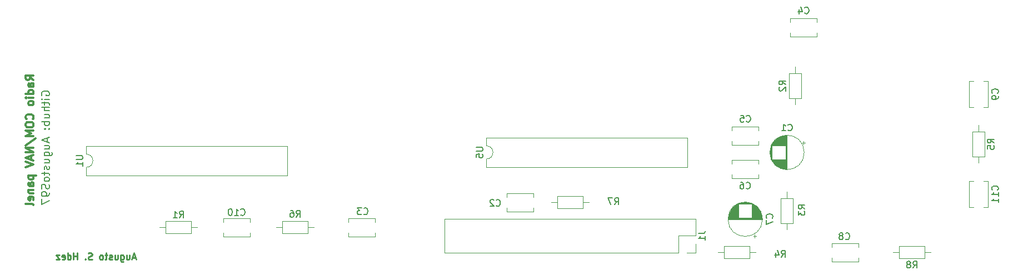
<source format=gbr>
%TF.GenerationSoftware,KiCad,Pcbnew,(5.1.9)-1*%
%TF.CreationDate,2021-09-19T21:33:38+01:00*%
%TF.ProjectId,Cesna_Radio_Stack,4365736e-615f-4526-9164-696f5f537461,rev?*%
%TF.SameCoordinates,Original*%
%TF.FileFunction,Legend,Bot*%
%TF.FilePolarity,Positive*%
%FSLAX46Y46*%
G04 Gerber Fmt 4.6, Leading zero omitted, Abs format (unit mm)*
G04 Created by KiCad (PCBNEW (5.1.9)-1) date 2021-09-19 21:33:38*
%MOMM*%
%LPD*%
G01*
G04 APERTURE LIST*
%ADD10C,0.150000*%
%ADD11C,0.300000*%
%ADD12C,0.250000*%
%ADD13C,0.120000*%
G04 APERTURE END LIST*
D10*
X33817000Y-38313714D02*
X33759857Y-38199428D01*
X33759857Y-38028000D01*
X33817000Y-37856571D01*
X33931285Y-37742285D01*
X34045571Y-37685142D01*
X34274142Y-37628000D01*
X34445571Y-37628000D01*
X34674142Y-37685142D01*
X34788428Y-37742285D01*
X34902714Y-37856571D01*
X34959857Y-38028000D01*
X34959857Y-38142285D01*
X34902714Y-38313714D01*
X34845571Y-38370857D01*
X34445571Y-38370857D01*
X34445571Y-38142285D01*
X34959857Y-38885142D02*
X34159857Y-38885142D01*
X33759857Y-38885142D02*
X33817000Y-38828000D01*
X33874142Y-38885142D01*
X33817000Y-38942285D01*
X33759857Y-38885142D01*
X33874142Y-38885142D01*
X34159857Y-39285142D02*
X34159857Y-39742285D01*
X33759857Y-39456571D02*
X34788428Y-39456571D01*
X34902714Y-39513714D01*
X34959857Y-39628000D01*
X34959857Y-39742285D01*
X34959857Y-40142285D02*
X33759857Y-40142285D01*
X34959857Y-40656571D02*
X34331285Y-40656571D01*
X34217000Y-40599428D01*
X34159857Y-40485142D01*
X34159857Y-40313714D01*
X34217000Y-40199428D01*
X34274142Y-40142285D01*
X34159857Y-41742285D02*
X34959857Y-41742285D01*
X34159857Y-41228000D02*
X34788428Y-41228000D01*
X34902714Y-41285142D01*
X34959857Y-41399428D01*
X34959857Y-41570857D01*
X34902714Y-41685142D01*
X34845571Y-41742285D01*
X34959857Y-42313714D02*
X33759857Y-42313714D01*
X34217000Y-42313714D02*
X34159857Y-42428000D01*
X34159857Y-42656571D01*
X34217000Y-42770857D01*
X34274142Y-42828000D01*
X34388428Y-42885142D01*
X34731285Y-42885142D01*
X34845571Y-42828000D01*
X34902714Y-42770857D01*
X34959857Y-42656571D01*
X34959857Y-42428000D01*
X34902714Y-42313714D01*
X34845571Y-43399428D02*
X34902714Y-43456571D01*
X34959857Y-43399428D01*
X34902714Y-43342285D01*
X34845571Y-43399428D01*
X34959857Y-43399428D01*
X34217000Y-43399428D02*
X34274142Y-43456571D01*
X34331285Y-43399428D01*
X34274142Y-43342285D01*
X34217000Y-43399428D01*
X34331285Y-43399428D01*
X34617000Y-44828000D02*
X34617000Y-45399428D01*
X34959857Y-44713714D02*
X33759857Y-45113714D01*
X34959857Y-45513714D01*
X34159857Y-46428000D02*
X34959857Y-46428000D01*
X34159857Y-45913714D02*
X34788428Y-45913714D01*
X34902714Y-45970857D01*
X34959857Y-46085142D01*
X34959857Y-46256571D01*
X34902714Y-46370857D01*
X34845571Y-46428000D01*
X34159857Y-47513714D02*
X35131285Y-47513714D01*
X35245571Y-47456571D01*
X35302714Y-47399428D01*
X35359857Y-47285142D01*
X35359857Y-47113714D01*
X35302714Y-46999428D01*
X34902714Y-47513714D02*
X34959857Y-47399428D01*
X34959857Y-47170857D01*
X34902714Y-47056571D01*
X34845571Y-46999428D01*
X34731285Y-46942285D01*
X34388428Y-46942285D01*
X34274142Y-46999428D01*
X34217000Y-47056571D01*
X34159857Y-47170857D01*
X34159857Y-47399428D01*
X34217000Y-47513714D01*
X34159857Y-48599428D02*
X34959857Y-48599428D01*
X34159857Y-48085142D02*
X34788428Y-48085142D01*
X34902714Y-48142285D01*
X34959857Y-48256571D01*
X34959857Y-48428000D01*
X34902714Y-48542285D01*
X34845571Y-48599428D01*
X34902714Y-49113714D02*
X34959857Y-49228000D01*
X34959857Y-49456571D01*
X34902714Y-49570857D01*
X34788428Y-49628000D01*
X34731285Y-49628000D01*
X34617000Y-49570857D01*
X34559857Y-49456571D01*
X34559857Y-49285142D01*
X34502714Y-49170857D01*
X34388428Y-49113714D01*
X34331285Y-49113714D01*
X34217000Y-49170857D01*
X34159857Y-49285142D01*
X34159857Y-49456571D01*
X34217000Y-49570857D01*
X34159857Y-49970857D02*
X34159857Y-50428000D01*
X33759857Y-50142285D02*
X34788428Y-50142285D01*
X34902714Y-50199428D01*
X34959857Y-50313714D01*
X34959857Y-50428000D01*
X34959857Y-50999428D02*
X34902714Y-50885142D01*
X34845571Y-50828000D01*
X34731285Y-50770857D01*
X34388428Y-50770857D01*
X34274142Y-50828000D01*
X34217000Y-50885142D01*
X34159857Y-50999428D01*
X34159857Y-51170857D01*
X34217000Y-51285142D01*
X34274142Y-51342285D01*
X34388428Y-51399428D01*
X34731285Y-51399428D01*
X34845571Y-51342285D01*
X34902714Y-51285142D01*
X34959857Y-51170857D01*
X34959857Y-50999428D01*
X34902714Y-51856571D02*
X34959857Y-52028000D01*
X34959857Y-52313714D01*
X34902714Y-52428000D01*
X34845571Y-52485142D01*
X34731285Y-52542285D01*
X34617000Y-52542285D01*
X34502714Y-52485142D01*
X34445571Y-52428000D01*
X34388428Y-52313714D01*
X34331285Y-52085142D01*
X34274142Y-51970857D01*
X34217000Y-51913714D01*
X34102714Y-51856571D01*
X33988428Y-51856571D01*
X33874142Y-51913714D01*
X33817000Y-51970857D01*
X33759857Y-52085142D01*
X33759857Y-52370857D01*
X33817000Y-52542285D01*
X34959857Y-53113714D02*
X34959857Y-53342285D01*
X34902714Y-53456571D01*
X34845571Y-53513714D01*
X34674142Y-53628000D01*
X34445571Y-53685142D01*
X33988428Y-53685142D01*
X33874142Y-53628000D01*
X33817000Y-53570857D01*
X33759857Y-53456571D01*
X33759857Y-53228000D01*
X33817000Y-53113714D01*
X33874142Y-53056571D01*
X33988428Y-52999428D01*
X34274142Y-52999428D01*
X34388428Y-53056571D01*
X34445571Y-53113714D01*
X34502714Y-53228000D01*
X34502714Y-53456571D01*
X34445571Y-53570857D01*
X34388428Y-53628000D01*
X34274142Y-53685142D01*
X33759857Y-54085142D02*
X33759857Y-54885142D01*
X34959857Y-54370857D01*
D11*
X32546857Y-35970714D02*
X31975428Y-35570714D01*
X32546857Y-35285000D02*
X31346857Y-35285000D01*
X31346857Y-35742142D01*
X31404000Y-35856428D01*
X31461142Y-35913571D01*
X31575428Y-35970714D01*
X31746857Y-35970714D01*
X31861142Y-35913571D01*
X31918285Y-35856428D01*
X31975428Y-35742142D01*
X31975428Y-35285000D01*
X32546857Y-36999285D02*
X31918285Y-36999285D01*
X31804000Y-36942142D01*
X31746857Y-36827857D01*
X31746857Y-36599285D01*
X31804000Y-36485000D01*
X32489714Y-36999285D02*
X32546857Y-36885000D01*
X32546857Y-36599285D01*
X32489714Y-36485000D01*
X32375428Y-36427857D01*
X32261142Y-36427857D01*
X32146857Y-36485000D01*
X32089714Y-36599285D01*
X32089714Y-36885000D01*
X32032571Y-36999285D01*
X32546857Y-38085000D02*
X31346857Y-38085000D01*
X32489714Y-38085000D02*
X32546857Y-37970714D01*
X32546857Y-37742142D01*
X32489714Y-37627857D01*
X32432571Y-37570714D01*
X32318285Y-37513571D01*
X31975428Y-37513571D01*
X31861142Y-37570714D01*
X31804000Y-37627857D01*
X31746857Y-37742142D01*
X31746857Y-37970714D01*
X31804000Y-38085000D01*
X32546857Y-38656428D02*
X31746857Y-38656428D01*
X31346857Y-38656428D02*
X31404000Y-38599285D01*
X31461142Y-38656428D01*
X31404000Y-38713571D01*
X31346857Y-38656428D01*
X31461142Y-38656428D01*
X32546857Y-39399285D02*
X32489714Y-39285000D01*
X32432571Y-39227857D01*
X32318285Y-39170714D01*
X31975428Y-39170714D01*
X31861142Y-39227857D01*
X31804000Y-39285000D01*
X31746857Y-39399285D01*
X31746857Y-39570714D01*
X31804000Y-39685000D01*
X31861142Y-39742142D01*
X31975428Y-39799285D01*
X32318285Y-39799285D01*
X32432571Y-39742142D01*
X32489714Y-39685000D01*
X32546857Y-39570714D01*
X32546857Y-39399285D01*
X32432571Y-41913571D02*
X32489714Y-41856428D01*
X32546857Y-41685000D01*
X32546857Y-41570714D01*
X32489714Y-41399285D01*
X32375428Y-41285000D01*
X32261142Y-41227857D01*
X32032571Y-41170714D01*
X31861142Y-41170714D01*
X31632571Y-41227857D01*
X31518285Y-41285000D01*
X31404000Y-41399285D01*
X31346857Y-41570714D01*
X31346857Y-41685000D01*
X31404000Y-41856428D01*
X31461142Y-41913571D01*
X31346857Y-42656428D02*
X31346857Y-42885000D01*
X31404000Y-42999285D01*
X31518285Y-43113571D01*
X31746857Y-43170714D01*
X32146857Y-43170714D01*
X32375428Y-43113571D01*
X32489714Y-42999285D01*
X32546857Y-42885000D01*
X32546857Y-42656428D01*
X32489714Y-42542142D01*
X32375428Y-42427857D01*
X32146857Y-42370714D01*
X31746857Y-42370714D01*
X31518285Y-42427857D01*
X31404000Y-42542142D01*
X31346857Y-42656428D01*
X32546857Y-43685000D02*
X31346857Y-43685000D01*
X32204000Y-44085000D01*
X31346857Y-44485000D01*
X32546857Y-44485000D01*
X31289714Y-45913571D02*
X32832571Y-44885000D01*
X32546857Y-46313571D02*
X31346857Y-46313571D01*
X32546857Y-46999285D01*
X31346857Y-46999285D01*
X32204000Y-47513571D02*
X32204000Y-48085000D01*
X32546857Y-47399285D02*
X31346857Y-47799285D01*
X32546857Y-48199285D01*
X31346857Y-48427857D02*
X32546857Y-48827857D01*
X31346857Y-49227857D01*
X31746857Y-50542142D02*
X32946857Y-50542142D01*
X31804000Y-50542142D02*
X31746857Y-50656428D01*
X31746857Y-50885000D01*
X31804000Y-50999285D01*
X31861142Y-51056428D01*
X31975428Y-51113571D01*
X32318285Y-51113571D01*
X32432571Y-51056428D01*
X32489714Y-50999285D01*
X32546857Y-50885000D01*
X32546857Y-50656428D01*
X32489714Y-50542142D01*
X32546857Y-52142142D02*
X31918285Y-52142142D01*
X31804000Y-52085000D01*
X31746857Y-51970714D01*
X31746857Y-51742142D01*
X31804000Y-51627857D01*
X32489714Y-52142142D02*
X32546857Y-52027857D01*
X32546857Y-51742142D01*
X32489714Y-51627857D01*
X32375428Y-51570714D01*
X32261142Y-51570714D01*
X32146857Y-51627857D01*
X32089714Y-51742142D01*
X32089714Y-52027857D01*
X32032571Y-52142142D01*
X31746857Y-52713571D02*
X32546857Y-52713571D01*
X31861142Y-52713571D02*
X31804000Y-52770714D01*
X31746857Y-52885000D01*
X31746857Y-53056428D01*
X31804000Y-53170714D01*
X31918285Y-53227857D01*
X32546857Y-53227857D01*
X32489714Y-54256428D02*
X32546857Y-54142142D01*
X32546857Y-53913571D01*
X32489714Y-53799285D01*
X32375428Y-53742142D01*
X31918285Y-53742142D01*
X31804000Y-53799285D01*
X31746857Y-53913571D01*
X31746857Y-54142142D01*
X31804000Y-54256428D01*
X31918285Y-54313571D01*
X32032571Y-54313571D01*
X32146857Y-53742142D01*
X32546857Y-54999285D02*
X32489714Y-54885000D01*
X32375428Y-54827857D01*
X31346857Y-54827857D01*
D12*
X48060809Y-63031666D02*
X47584619Y-63031666D01*
X48156047Y-63317380D02*
X47822714Y-62317380D01*
X47489380Y-63317380D01*
X46727476Y-62650714D02*
X46727476Y-63317380D01*
X47156047Y-62650714D02*
X47156047Y-63174523D01*
X47108428Y-63269761D01*
X47013190Y-63317380D01*
X46870333Y-63317380D01*
X46775095Y-63269761D01*
X46727476Y-63222142D01*
X45822714Y-62650714D02*
X45822714Y-63460238D01*
X45870333Y-63555476D01*
X45917952Y-63603095D01*
X46013190Y-63650714D01*
X46156047Y-63650714D01*
X46251285Y-63603095D01*
X45822714Y-63269761D02*
X45917952Y-63317380D01*
X46108428Y-63317380D01*
X46203666Y-63269761D01*
X46251285Y-63222142D01*
X46298904Y-63126904D01*
X46298904Y-62841190D01*
X46251285Y-62745952D01*
X46203666Y-62698333D01*
X46108428Y-62650714D01*
X45917952Y-62650714D01*
X45822714Y-62698333D01*
X44917952Y-62650714D02*
X44917952Y-63317380D01*
X45346523Y-62650714D02*
X45346523Y-63174523D01*
X45298904Y-63269761D01*
X45203666Y-63317380D01*
X45060809Y-63317380D01*
X44965571Y-63269761D01*
X44917952Y-63222142D01*
X44489380Y-63269761D02*
X44394142Y-63317380D01*
X44203666Y-63317380D01*
X44108428Y-63269761D01*
X44060809Y-63174523D01*
X44060809Y-63126904D01*
X44108428Y-63031666D01*
X44203666Y-62984047D01*
X44346523Y-62984047D01*
X44441761Y-62936428D01*
X44489380Y-62841190D01*
X44489380Y-62793571D01*
X44441761Y-62698333D01*
X44346523Y-62650714D01*
X44203666Y-62650714D01*
X44108428Y-62698333D01*
X43775095Y-62650714D02*
X43394142Y-62650714D01*
X43632238Y-62317380D02*
X43632238Y-63174523D01*
X43584619Y-63269761D01*
X43489380Y-63317380D01*
X43394142Y-63317380D01*
X42917952Y-63317380D02*
X43013190Y-63269761D01*
X43060809Y-63222142D01*
X43108428Y-63126904D01*
X43108428Y-62841190D01*
X43060809Y-62745952D01*
X43013190Y-62698333D01*
X42917952Y-62650714D01*
X42775095Y-62650714D01*
X42679857Y-62698333D01*
X42632238Y-62745952D01*
X42584619Y-62841190D01*
X42584619Y-63126904D01*
X42632238Y-63222142D01*
X42679857Y-63269761D01*
X42775095Y-63317380D01*
X42917952Y-63317380D01*
X41441761Y-63269761D02*
X41298904Y-63317380D01*
X41060809Y-63317380D01*
X40965571Y-63269761D01*
X40917952Y-63222142D01*
X40870333Y-63126904D01*
X40870333Y-63031666D01*
X40917952Y-62936428D01*
X40965571Y-62888809D01*
X41060809Y-62841190D01*
X41251285Y-62793571D01*
X41346523Y-62745952D01*
X41394142Y-62698333D01*
X41441761Y-62603095D01*
X41441761Y-62507857D01*
X41394142Y-62412619D01*
X41346523Y-62365000D01*
X41251285Y-62317380D01*
X41013190Y-62317380D01*
X40870333Y-62365000D01*
X40441761Y-63222142D02*
X40394142Y-63269761D01*
X40441761Y-63317380D01*
X40489380Y-63269761D01*
X40441761Y-63222142D01*
X40441761Y-63317380D01*
X39203666Y-63317380D02*
X39203666Y-62317380D01*
X39203666Y-62793571D02*
X38632238Y-62793571D01*
X38632238Y-63317380D02*
X38632238Y-62317380D01*
X37727476Y-63317380D02*
X37727476Y-62317380D01*
X37727476Y-63269761D02*
X37822714Y-63317380D01*
X38013190Y-63317380D01*
X38108428Y-63269761D01*
X38156047Y-63222142D01*
X38203666Y-63126904D01*
X38203666Y-62841190D01*
X38156047Y-62745952D01*
X38108428Y-62698333D01*
X38013190Y-62650714D01*
X37822714Y-62650714D01*
X37727476Y-62698333D01*
X36870333Y-63269761D02*
X36965571Y-63317380D01*
X37156047Y-63317380D01*
X37251285Y-63269761D01*
X37298904Y-63174523D01*
X37298904Y-62793571D01*
X37251285Y-62698333D01*
X37156047Y-62650714D01*
X36965571Y-62650714D01*
X36870333Y-62698333D01*
X36822714Y-62793571D01*
X36822714Y-62888809D01*
X37298904Y-62984047D01*
X36489380Y-62650714D02*
X35965571Y-62650714D01*
X36489380Y-63317380D01*
X35965571Y-63317380D01*
D13*
%TO.C,U5*%
X101540000Y-45990000D02*
X101540000Y-44740000D01*
X101540000Y-44740000D02*
X132140000Y-44740000D01*
X132140000Y-44740000D02*
X132140000Y-49240000D01*
X132140000Y-49240000D02*
X101540000Y-49240000D01*
X101540000Y-49240000D02*
X101540000Y-47990000D01*
X101540000Y-47990000D02*
G75*
G03*
X101540000Y-45990000I0J1000000D01*
G01*
%TO.C,C7*%
X143590000Y-57170000D02*
G75*
G03*
X143590000Y-57170000I-2620000J0D01*
G01*
X143550000Y-57170000D02*
X138390000Y-57170000D01*
X143550000Y-57130000D02*
X138390000Y-57130000D01*
X143549000Y-57090000D02*
X138391000Y-57090000D01*
X143548000Y-57050000D02*
X138392000Y-57050000D01*
X143546000Y-57010000D02*
X138394000Y-57010000D01*
X143543000Y-56970000D02*
X138397000Y-56970000D01*
X143539000Y-56930000D02*
X142010000Y-56930000D01*
X139930000Y-56930000D02*
X138401000Y-56930000D01*
X143535000Y-56890000D02*
X142010000Y-56890000D01*
X139930000Y-56890000D02*
X138405000Y-56890000D01*
X143531000Y-56850000D02*
X142010000Y-56850000D01*
X139930000Y-56850000D02*
X138409000Y-56850000D01*
X143526000Y-56810000D02*
X142010000Y-56810000D01*
X139930000Y-56810000D02*
X138414000Y-56810000D01*
X143520000Y-56770000D02*
X142010000Y-56770000D01*
X139930000Y-56770000D02*
X138420000Y-56770000D01*
X143513000Y-56730000D02*
X142010000Y-56730000D01*
X139930000Y-56730000D02*
X138427000Y-56730000D01*
X143506000Y-56690000D02*
X142010000Y-56690000D01*
X139930000Y-56690000D02*
X138434000Y-56690000D01*
X143498000Y-56650000D02*
X142010000Y-56650000D01*
X139930000Y-56650000D02*
X138442000Y-56650000D01*
X143490000Y-56610000D02*
X142010000Y-56610000D01*
X139930000Y-56610000D02*
X138450000Y-56610000D01*
X143481000Y-56570000D02*
X142010000Y-56570000D01*
X139930000Y-56570000D02*
X138459000Y-56570000D01*
X143471000Y-56530000D02*
X142010000Y-56530000D01*
X139930000Y-56530000D02*
X138469000Y-56530000D01*
X143461000Y-56490000D02*
X142010000Y-56490000D01*
X139930000Y-56490000D02*
X138479000Y-56490000D01*
X143450000Y-56449000D02*
X142010000Y-56449000D01*
X139930000Y-56449000D02*
X138490000Y-56449000D01*
X143438000Y-56409000D02*
X142010000Y-56409000D01*
X139930000Y-56409000D02*
X138502000Y-56409000D01*
X143425000Y-56369000D02*
X142010000Y-56369000D01*
X139930000Y-56369000D02*
X138515000Y-56369000D01*
X143412000Y-56329000D02*
X142010000Y-56329000D01*
X139930000Y-56329000D02*
X138528000Y-56329000D01*
X143398000Y-56289000D02*
X142010000Y-56289000D01*
X139930000Y-56289000D02*
X138542000Y-56289000D01*
X143384000Y-56249000D02*
X142010000Y-56249000D01*
X139930000Y-56249000D02*
X138556000Y-56249000D01*
X143368000Y-56209000D02*
X142010000Y-56209000D01*
X139930000Y-56209000D02*
X138572000Y-56209000D01*
X143352000Y-56169000D02*
X142010000Y-56169000D01*
X139930000Y-56169000D02*
X138588000Y-56169000D01*
X143335000Y-56129000D02*
X142010000Y-56129000D01*
X139930000Y-56129000D02*
X138605000Y-56129000D01*
X143318000Y-56089000D02*
X142010000Y-56089000D01*
X139930000Y-56089000D02*
X138622000Y-56089000D01*
X143299000Y-56049000D02*
X142010000Y-56049000D01*
X139930000Y-56049000D02*
X138641000Y-56049000D01*
X143280000Y-56009000D02*
X142010000Y-56009000D01*
X139930000Y-56009000D02*
X138660000Y-56009000D01*
X143260000Y-55969000D02*
X142010000Y-55969000D01*
X139930000Y-55969000D02*
X138680000Y-55969000D01*
X143238000Y-55929000D02*
X142010000Y-55929000D01*
X139930000Y-55929000D02*
X138702000Y-55929000D01*
X143217000Y-55889000D02*
X142010000Y-55889000D01*
X139930000Y-55889000D02*
X138723000Y-55889000D01*
X143194000Y-55849000D02*
X142010000Y-55849000D01*
X139930000Y-55849000D02*
X138746000Y-55849000D01*
X143170000Y-55809000D02*
X142010000Y-55809000D01*
X139930000Y-55809000D02*
X138770000Y-55809000D01*
X143145000Y-55769000D02*
X142010000Y-55769000D01*
X139930000Y-55769000D02*
X138795000Y-55769000D01*
X143119000Y-55729000D02*
X142010000Y-55729000D01*
X139930000Y-55729000D02*
X138821000Y-55729000D01*
X143092000Y-55689000D02*
X142010000Y-55689000D01*
X139930000Y-55689000D02*
X138848000Y-55689000D01*
X143065000Y-55649000D02*
X142010000Y-55649000D01*
X139930000Y-55649000D02*
X138875000Y-55649000D01*
X143035000Y-55609000D02*
X142010000Y-55609000D01*
X139930000Y-55609000D02*
X138905000Y-55609000D01*
X143005000Y-55569000D02*
X142010000Y-55569000D01*
X139930000Y-55569000D02*
X138935000Y-55569000D01*
X142974000Y-55529000D02*
X142010000Y-55529000D01*
X139930000Y-55529000D02*
X138966000Y-55529000D01*
X142941000Y-55489000D02*
X142010000Y-55489000D01*
X139930000Y-55489000D02*
X138999000Y-55489000D01*
X142907000Y-55449000D02*
X142010000Y-55449000D01*
X139930000Y-55449000D02*
X139033000Y-55449000D01*
X142871000Y-55409000D02*
X142010000Y-55409000D01*
X139930000Y-55409000D02*
X139069000Y-55409000D01*
X142834000Y-55369000D02*
X142010000Y-55369000D01*
X139930000Y-55369000D02*
X139106000Y-55369000D01*
X142796000Y-55329000D02*
X142010000Y-55329000D01*
X139930000Y-55329000D02*
X139144000Y-55329000D01*
X142755000Y-55289000D02*
X142010000Y-55289000D01*
X139930000Y-55289000D02*
X139185000Y-55289000D01*
X142713000Y-55249000D02*
X142010000Y-55249000D01*
X139930000Y-55249000D02*
X139227000Y-55249000D01*
X142669000Y-55209000D02*
X142010000Y-55209000D01*
X139930000Y-55209000D02*
X139271000Y-55209000D01*
X142623000Y-55169000D02*
X142010000Y-55169000D01*
X139930000Y-55169000D02*
X139317000Y-55169000D01*
X142575000Y-55129000D02*
X142010000Y-55129000D01*
X139930000Y-55129000D02*
X139365000Y-55129000D01*
X142524000Y-55089000D02*
X142010000Y-55089000D01*
X139930000Y-55089000D02*
X139416000Y-55089000D01*
X142470000Y-55049000D02*
X142010000Y-55049000D01*
X139930000Y-55049000D02*
X139470000Y-55049000D01*
X142413000Y-55009000D02*
X142010000Y-55009000D01*
X139930000Y-55009000D02*
X139527000Y-55009000D01*
X142353000Y-54969000D02*
X142010000Y-54969000D01*
X139930000Y-54969000D02*
X139587000Y-54969000D01*
X142289000Y-54929000D02*
X142010000Y-54929000D01*
X139930000Y-54929000D02*
X139651000Y-54929000D01*
X142221000Y-54889000D02*
X142010000Y-54889000D01*
X139930000Y-54889000D02*
X139719000Y-54889000D01*
X142148000Y-54849000D02*
X139792000Y-54849000D01*
X142068000Y-54809000D02*
X139872000Y-54809000D01*
X141981000Y-54769000D02*
X139959000Y-54769000D01*
X141885000Y-54729000D02*
X140055000Y-54729000D01*
X141775000Y-54689000D02*
X140165000Y-54689000D01*
X141647000Y-54649000D02*
X140293000Y-54649000D01*
X141488000Y-54609000D02*
X140452000Y-54609000D01*
X141254000Y-54569000D02*
X140686000Y-54569000D01*
X142445000Y-59974775D02*
X142445000Y-59474775D01*
X142695000Y-59724775D02*
X142195000Y-59724775D01*
%TO.C,C2*%
X108720000Y-53190000D02*
X104680000Y-53190000D01*
X108720000Y-56030000D02*
X104680000Y-56030000D01*
X108720000Y-53190000D02*
X108720000Y-53815000D01*
X108720000Y-55405000D02*
X108720000Y-56030000D01*
X104680000Y-53190000D02*
X104680000Y-53815000D01*
X104680000Y-55405000D02*
X104680000Y-56030000D01*
%TO.C,U1*%
X40580000Y-50510000D02*
X40580000Y-49260000D01*
X71180000Y-50510000D02*
X40580000Y-50510000D01*
X71180000Y-46010000D02*
X71180000Y-50510000D01*
X40580000Y-46010000D02*
X71180000Y-46010000D01*
X40580000Y-47260000D02*
X40580000Y-46010000D01*
X40580000Y-49260000D02*
G75*
G03*
X40580000Y-47260000I0J1000000D01*
G01*
%TO.C,R8*%
X169240000Y-62230000D02*
X168290000Y-62230000D01*
X163500000Y-62230000D02*
X164450000Y-62230000D01*
X168290000Y-63150000D02*
X164450000Y-63150000D01*
X168290000Y-61310000D02*
X168290000Y-63150000D01*
X164450000Y-61310000D02*
X168290000Y-61310000D01*
X164450000Y-63150000D02*
X164450000Y-61310000D01*
%TO.C,R7*%
X111430000Y-54610000D02*
X112380000Y-54610000D01*
X117170000Y-54610000D02*
X116220000Y-54610000D01*
X112380000Y-53690000D02*
X116220000Y-53690000D01*
X112380000Y-55530000D02*
X112380000Y-53690000D01*
X116220000Y-55530000D02*
X112380000Y-55530000D01*
X116220000Y-53690000D02*
X116220000Y-55530000D01*
%TO.C,R6*%
X75260000Y-58420000D02*
X74310000Y-58420000D01*
X69520000Y-58420000D02*
X70470000Y-58420000D01*
X74310000Y-59340000D02*
X70470000Y-59340000D01*
X74310000Y-57500000D02*
X74310000Y-59340000D01*
X70470000Y-57500000D02*
X74310000Y-57500000D01*
X70470000Y-59340000D02*
X70470000Y-57500000D01*
%TO.C,R5*%
X176530000Y-42850000D02*
X176530000Y-43800000D01*
X176530000Y-48590000D02*
X176530000Y-47640000D01*
X177450000Y-43800000D02*
X177450000Y-47640000D01*
X175610000Y-43800000D02*
X177450000Y-43800000D01*
X175610000Y-47640000D02*
X175610000Y-43800000D01*
X177450000Y-47640000D02*
X175610000Y-47640000D01*
%TO.C,R4*%
X136830000Y-62230000D02*
X137780000Y-62230000D01*
X142570000Y-62230000D02*
X141620000Y-62230000D01*
X137780000Y-61310000D02*
X141620000Y-61310000D01*
X137780000Y-63150000D02*
X137780000Y-61310000D01*
X141620000Y-63150000D02*
X137780000Y-63150000D01*
X141620000Y-61310000D02*
X141620000Y-63150000D01*
%TO.C,R3*%
X147320000Y-58750000D02*
X147320000Y-57800000D01*
X147320000Y-53010000D02*
X147320000Y-53960000D01*
X146400000Y-57800000D02*
X146400000Y-53960000D01*
X148240000Y-57800000D02*
X146400000Y-57800000D01*
X148240000Y-53960000D02*
X148240000Y-57800000D01*
X146400000Y-53960000D02*
X148240000Y-53960000D01*
%TO.C,R2*%
X148590000Y-39700000D02*
X148590000Y-38750000D01*
X148590000Y-33960000D02*
X148590000Y-34910000D01*
X147670000Y-38750000D02*
X147670000Y-34910000D01*
X149510000Y-38750000D02*
X147670000Y-38750000D01*
X149510000Y-34910000D02*
X149510000Y-38750000D01*
X147670000Y-34910000D02*
X149510000Y-34910000D01*
%TO.C,R1*%
X51740000Y-58420000D02*
X52690000Y-58420000D01*
X57480000Y-58420000D02*
X56530000Y-58420000D01*
X52690000Y-57500000D02*
X56530000Y-57500000D01*
X52690000Y-59340000D02*
X52690000Y-57500000D01*
X56530000Y-59340000D02*
X52690000Y-59340000D01*
X56530000Y-57500000D02*
X56530000Y-59340000D01*
%TO.C,J1*%
X133410000Y-62290000D02*
X133410000Y-60960000D01*
X132080000Y-62290000D02*
X133410000Y-62290000D01*
X133410000Y-59690000D02*
X133410000Y-57090000D01*
X130810000Y-59690000D02*
X133410000Y-59690000D01*
X130810000Y-62290000D02*
X130810000Y-59690000D01*
X133410000Y-57090000D02*
X95190000Y-57090000D01*
X130810000Y-62290000D02*
X95190000Y-62290000D01*
X95190000Y-62290000D02*
X95190000Y-57090000D01*
%TO.C,C11*%
X175735000Y-51340000D02*
X175110000Y-51340000D01*
X177950000Y-51340000D02*
X177325000Y-51340000D01*
X175735000Y-55380000D02*
X175110000Y-55380000D01*
X177950000Y-55380000D02*
X177325000Y-55380000D01*
X175110000Y-55380000D02*
X175110000Y-51340000D01*
X177950000Y-55380000D02*
X177950000Y-51340000D01*
%TO.C,C10*%
X61460000Y-59215000D02*
X61460000Y-59840000D01*
X61460000Y-57000000D02*
X61460000Y-57625000D01*
X65500000Y-59215000D02*
X65500000Y-59840000D01*
X65500000Y-57000000D02*
X65500000Y-57625000D01*
X65500000Y-59840000D02*
X61460000Y-59840000D01*
X65500000Y-57000000D02*
X61460000Y-57000000D01*
%TO.C,C9*%
X175735000Y-36100000D02*
X175110000Y-36100000D01*
X177950000Y-36100000D02*
X177325000Y-36100000D01*
X175735000Y-40140000D02*
X175110000Y-40140000D01*
X177950000Y-40140000D02*
X177325000Y-40140000D01*
X175110000Y-40140000D02*
X175110000Y-36100000D01*
X177950000Y-40140000D02*
X177950000Y-36100000D01*
%TO.C,C8*%
X158210000Y-61435000D02*
X158210000Y-60810000D01*
X158210000Y-63650000D02*
X158210000Y-63025000D01*
X154170000Y-61435000D02*
X154170000Y-60810000D01*
X154170000Y-63650000D02*
X154170000Y-63025000D01*
X154170000Y-60810000D02*
X158210000Y-60810000D01*
X154170000Y-63650000D02*
X158210000Y-63650000D01*
%TO.C,C6*%
X142970000Y-48735000D02*
X142970000Y-48110000D01*
X142970000Y-50950000D02*
X142970000Y-50325000D01*
X138930000Y-48735000D02*
X138930000Y-48110000D01*
X138930000Y-50950000D02*
X138930000Y-50325000D01*
X138930000Y-48110000D02*
X142970000Y-48110000D01*
X138930000Y-50950000D02*
X142970000Y-50950000D01*
%TO.C,C5*%
X138970000Y-45245000D02*
X138970000Y-45870000D01*
X138970000Y-43030000D02*
X138970000Y-43655000D01*
X143010000Y-45245000D02*
X143010000Y-45870000D01*
X143010000Y-43030000D02*
X143010000Y-43655000D01*
X143010000Y-45870000D02*
X138970000Y-45870000D01*
X143010000Y-43030000D02*
X138970000Y-43030000D01*
%TO.C,C4*%
X147860000Y-28735000D02*
X147860000Y-29360000D01*
X147860000Y-26520000D02*
X147860000Y-27145000D01*
X151900000Y-28735000D02*
X151900000Y-29360000D01*
X151900000Y-26520000D02*
X151900000Y-27145000D01*
X151900000Y-29360000D02*
X147860000Y-29360000D01*
X151900000Y-26520000D02*
X147860000Y-26520000D01*
%TO.C,C3*%
X84550000Y-57625000D02*
X84550000Y-57000000D01*
X84550000Y-59840000D02*
X84550000Y-59215000D01*
X80510000Y-57625000D02*
X80510000Y-57000000D01*
X80510000Y-59840000D02*
X80510000Y-59215000D01*
X80510000Y-57000000D02*
X84550000Y-57000000D01*
X80510000Y-59840000D02*
X84550000Y-59840000D01*
%TO.C,C1*%
X149894775Y-45265000D02*
X149894775Y-45765000D01*
X150144775Y-45515000D02*
X149644775Y-45515000D01*
X144739000Y-46706000D02*
X144739000Y-47274000D01*
X144779000Y-46472000D02*
X144779000Y-47508000D01*
X144819000Y-46313000D02*
X144819000Y-47667000D01*
X144859000Y-46185000D02*
X144859000Y-47795000D01*
X144899000Y-46075000D02*
X144899000Y-47905000D01*
X144939000Y-45979000D02*
X144939000Y-48001000D01*
X144979000Y-45892000D02*
X144979000Y-48088000D01*
X145019000Y-45812000D02*
X145019000Y-48168000D01*
X145059000Y-48030000D02*
X145059000Y-48241000D01*
X145059000Y-45739000D02*
X145059000Y-45950000D01*
X145099000Y-48030000D02*
X145099000Y-48309000D01*
X145099000Y-45671000D02*
X145099000Y-45950000D01*
X145139000Y-48030000D02*
X145139000Y-48373000D01*
X145139000Y-45607000D02*
X145139000Y-45950000D01*
X145179000Y-48030000D02*
X145179000Y-48433000D01*
X145179000Y-45547000D02*
X145179000Y-45950000D01*
X145219000Y-48030000D02*
X145219000Y-48490000D01*
X145219000Y-45490000D02*
X145219000Y-45950000D01*
X145259000Y-48030000D02*
X145259000Y-48544000D01*
X145259000Y-45436000D02*
X145259000Y-45950000D01*
X145299000Y-48030000D02*
X145299000Y-48595000D01*
X145299000Y-45385000D02*
X145299000Y-45950000D01*
X145339000Y-48030000D02*
X145339000Y-48643000D01*
X145339000Y-45337000D02*
X145339000Y-45950000D01*
X145379000Y-48030000D02*
X145379000Y-48689000D01*
X145379000Y-45291000D02*
X145379000Y-45950000D01*
X145419000Y-48030000D02*
X145419000Y-48733000D01*
X145419000Y-45247000D02*
X145419000Y-45950000D01*
X145459000Y-48030000D02*
X145459000Y-48775000D01*
X145459000Y-45205000D02*
X145459000Y-45950000D01*
X145499000Y-48030000D02*
X145499000Y-48816000D01*
X145499000Y-45164000D02*
X145499000Y-45950000D01*
X145539000Y-48030000D02*
X145539000Y-48854000D01*
X145539000Y-45126000D02*
X145539000Y-45950000D01*
X145579000Y-48030000D02*
X145579000Y-48891000D01*
X145579000Y-45089000D02*
X145579000Y-45950000D01*
X145619000Y-48030000D02*
X145619000Y-48927000D01*
X145619000Y-45053000D02*
X145619000Y-45950000D01*
X145659000Y-48030000D02*
X145659000Y-48961000D01*
X145659000Y-45019000D02*
X145659000Y-45950000D01*
X145699000Y-48030000D02*
X145699000Y-48994000D01*
X145699000Y-44986000D02*
X145699000Y-45950000D01*
X145739000Y-48030000D02*
X145739000Y-49025000D01*
X145739000Y-44955000D02*
X145739000Y-45950000D01*
X145779000Y-48030000D02*
X145779000Y-49055000D01*
X145779000Y-44925000D02*
X145779000Y-45950000D01*
X145819000Y-48030000D02*
X145819000Y-49085000D01*
X145819000Y-44895000D02*
X145819000Y-45950000D01*
X145859000Y-48030000D02*
X145859000Y-49112000D01*
X145859000Y-44868000D02*
X145859000Y-45950000D01*
X145899000Y-48030000D02*
X145899000Y-49139000D01*
X145899000Y-44841000D02*
X145899000Y-45950000D01*
X145939000Y-48030000D02*
X145939000Y-49165000D01*
X145939000Y-44815000D02*
X145939000Y-45950000D01*
X145979000Y-48030000D02*
X145979000Y-49190000D01*
X145979000Y-44790000D02*
X145979000Y-45950000D01*
X146019000Y-48030000D02*
X146019000Y-49214000D01*
X146019000Y-44766000D02*
X146019000Y-45950000D01*
X146059000Y-48030000D02*
X146059000Y-49237000D01*
X146059000Y-44743000D02*
X146059000Y-45950000D01*
X146099000Y-48030000D02*
X146099000Y-49258000D01*
X146099000Y-44722000D02*
X146099000Y-45950000D01*
X146139000Y-48030000D02*
X146139000Y-49280000D01*
X146139000Y-44700000D02*
X146139000Y-45950000D01*
X146179000Y-48030000D02*
X146179000Y-49300000D01*
X146179000Y-44680000D02*
X146179000Y-45950000D01*
X146219000Y-48030000D02*
X146219000Y-49319000D01*
X146219000Y-44661000D02*
X146219000Y-45950000D01*
X146259000Y-48030000D02*
X146259000Y-49338000D01*
X146259000Y-44642000D02*
X146259000Y-45950000D01*
X146299000Y-48030000D02*
X146299000Y-49355000D01*
X146299000Y-44625000D02*
X146299000Y-45950000D01*
X146339000Y-48030000D02*
X146339000Y-49372000D01*
X146339000Y-44608000D02*
X146339000Y-45950000D01*
X146379000Y-48030000D02*
X146379000Y-49388000D01*
X146379000Y-44592000D02*
X146379000Y-45950000D01*
X146419000Y-48030000D02*
X146419000Y-49404000D01*
X146419000Y-44576000D02*
X146419000Y-45950000D01*
X146459000Y-48030000D02*
X146459000Y-49418000D01*
X146459000Y-44562000D02*
X146459000Y-45950000D01*
X146499000Y-48030000D02*
X146499000Y-49432000D01*
X146499000Y-44548000D02*
X146499000Y-45950000D01*
X146539000Y-48030000D02*
X146539000Y-49445000D01*
X146539000Y-44535000D02*
X146539000Y-45950000D01*
X146579000Y-48030000D02*
X146579000Y-49458000D01*
X146579000Y-44522000D02*
X146579000Y-45950000D01*
X146619000Y-48030000D02*
X146619000Y-49470000D01*
X146619000Y-44510000D02*
X146619000Y-45950000D01*
X146660000Y-48030000D02*
X146660000Y-49481000D01*
X146660000Y-44499000D02*
X146660000Y-45950000D01*
X146700000Y-48030000D02*
X146700000Y-49491000D01*
X146700000Y-44489000D02*
X146700000Y-45950000D01*
X146740000Y-48030000D02*
X146740000Y-49501000D01*
X146740000Y-44479000D02*
X146740000Y-45950000D01*
X146780000Y-48030000D02*
X146780000Y-49510000D01*
X146780000Y-44470000D02*
X146780000Y-45950000D01*
X146820000Y-48030000D02*
X146820000Y-49518000D01*
X146820000Y-44462000D02*
X146820000Y-45950000D01*
X146860000Y-48030000D02*
X146860000Y-49526000D01*
X146860000Y-44454000D02*
X146860000Y-45950000D01*
X146900000Y-48030000D02*
X146900000Y-49533000D01*
X146900000Y-44447000D02*
X146900000Y-45950000D01*
X146940000Y-48030000D02*
X146940000Y-49540000D01*
X146940000Y-44440000D02*
X146940000Y-45950000D01*
X146980000Y-48030000D02*
X146980000Y-49546000D01*
X146980000Y-44434000D02*
X146980000Y-45950000D01*
X147020000Y-48030000D02*
X147020000Y-49551000D01*
X147020000Y-44429000D02*
X147020000Y-45950000D01*
X147060000Y-48030000D02*
X147060000Y-49555000D01*
X147060000Y-44425000D02*
X147060000Y-45950000D01*
X147100000Y-48030000D02*
X147100000Y-49559000D01*
X147100000Y-44421000D02*
X147100000Y-45950000D01*
X147140000Y-44417000D02*
X147140000Y-49563000D01*
X147180000Y-44414000D02*
X147180000Y-49566000D01*
X147220000Y-44412000D02*
X147220000Y-49568000D01*
X147260000Y-44411000D02*
X147260000Y-49569000D01*
X147300000Y-44410000D02*
X147300000Y-49570000D01*
X147340000Y-44410000D02*
X147340000Y-49570000D01*
X149960000Y-46990000D02*
G75*
G03*
X149960000Y-46990000I-2620000J0D01*
G01*
%TO.C,U5*%
D10*
X99992380Y-46228095D02*
X100801904Y-46228095D01*
X100897142Y-46275714D01*
X100944761Y-46323333D01*
X100992380Y-46418571D01*
X100992380Y-46609047D01*
X100944761Y-46704285D01*
X100897142Y-46751904D01*
X100801904Y-46799523D01*
X99992380Y-46799523D01*
X99992380Y-47751904D02*
X99992380Y-47275714D01*
X100468571Y-47228095D01*
X100420952Y-47275714D01*
X100373333Y-47370952D01*
X100373333Y-47609047D01*
X100420952Y-47704285D01*
X100468571Y-47751904D01*
X100563809Y-47799523D01*
X100801904Y-47799523D01*
X100897142Y-47751904D01*
X100944761Y-47704285D01*
X100992380Y-47609047D01*
X100992380Y-47370952D01*
X100944761Y-47275714D01*
X100897142Y-47228095D01*
%TO.C,C7*%
X145077142Y-57003333D02*
X145124761Y-56955714D01*
X145172380Y-56812857D01*
X145172380Y-56717619D01*
X145124761Y-56574761D01*
X145029523Y-56479523D01*
X144934285Y-56431904D01*
X144743809Y-56384285D01*
X144600952Y-56384285D01*
X144410476Y-56431904D01*
X144315238Y-56479523D01*
X144220000Y-56574761D01*
X144172380Y-56717619D01*
X144172380Y-56812857D01*
X144220000Y-56955714D01*
X144267619Y-57003333D01*
X144172380Y-57336666D02*
X144172380Y-58003333D01*
X145172380Y-57574761D01*
%TO.C,C2*%
X103036666Y-55094142D02*
X103084285Y-55141761D01*
X103227142Y-55189380D01*
X103322380Y-55189380D01*
X103465238Y-55141761D01*
X103560476Y-55046523D01*
X103608095Y-54951285D01*
X103655714Y-54760809D01*
X103655714Y-54617952D01*
X103608095Y-54427476D01*
X103560476Y-54332238D01*
X103465238Y-54237000D01*
X103322380Y-54189380D01*
X103227142Y-54189380D01*
X103084285Y-54237000D01*
X103036666Y-54284619D01*
X102655714Y-54284619D02*
X102608095Y-54237000D01*
X102512857Y-54189380D01*
X102274761Y-54189380D01*
X102179523Y-54237000D01*
X102131904Y-54284619D01*
X102084285Y-54379857D01*
X102084285Y-54475095D01*
X102131904Y-54617952D01*
X102703333Y-55189380D01*
X102084285Y-55189380D01*
%TO.C,U1*%
X39032380Y-47498095D02*
X39841904Y-47498095D01*
X39937142Y-47545714D01*
X39984761Y-47593333D01*
X40032380Y-47688571D01*
X40032380Y-47879047D01*
X39984761Y-47974285D01*
X39937142Y-48021904D01*
X39841904Y-48069523D01*
X39032380Y-48069523D01*
X40032380Y-49069523D02*
X40032380Y-48498095D01*
X40032380Y-48783809D02*
X39032380Y-48783809D01*
X39175238Y-48688571D01*
X39270476Y-48593333D01*
X39318095Y-48498095D01*
%TO.C,R8*%
X166536666Y-64602380D02*
X166870000Y-64126190D01*
X167108095Y-64602380D02*
X167108095Y-63602380D01*
X166727142Y-63602380D01*
X166631904Y-63650000D01*
X166584285Y-63697619D01*
X166536666Y-63792857D01*
X166536666Y-63935714D01*
X166584285Y-64030952D01*
X166631904Y-64078571D01*
X166727142Y-64126190D01*
X167108095Y-64126190D01*
X165965238Y-64030952D02*
X166060476Y-63983333D01*
X166108095Y-63935714D01*
X166155714Y-63840476D01*
X166155714Y-63792857D01*
X166108095Y-63697619D01*
X166060476Y-63650000D01*
X165965238Y-63602380D01*
X165774761Y-63602380D01*
X165679523Y-63650000D01*
X165631904Y-63697619D01*
X165584285Y-63792857D01*
X165584285Y-63840476D01*
X165631904Y-63935714D01*
X165679523Y-63983333D01*
X165774761Y-64030952D01*
X165965238Y-64030952D01*
X166060476Y-64078571D01*
X166108095Y-64126190D01*
X166155714Y-64221428D01*
X166155714Y-64411904D01*
X166108095Y-64507142D01*
X166060476Y-64554761D01*
X165965238Y-64602380D01*
X165774761Y-64602380D01*
X165679523Y-64554761D01*
X165631904Y-64507142D01*
X165584285Y-64411904D01*
X165584285Y-64221428D01*
X165631904Y-64126190D01*
X165679523Y-64078571D01*
X165774761Y-64030952D01*
%TO.C,R7*%
X121070666Y-54935380D02*
X121404000Y-54459190D01*
X121642095Y-54935380D02*
X121642095Y-53935380D01*
X121261142Y-53935380D01*
X121165904Y-53983000D01*
X121118285Y-54030619D01*
X121070666Y-54125857D01*
X121070666Y-54268714D01*
X121118285Y-54363952D01*
X121165904Y-54411571D01*
X121261142Y-54459190D01*
X121642095Y-54459190D01*
X120737333Y-53935380D02*
X120070666Y-53935380D01*
X120499238Y-54935380D01*
%TO.C,R6*%
X72556666Y-56840380D02*
X72890000Y-56364190D01*
X73128095Y-56840380D02*
X73128095Y-55840380D01*
X72747142Y-55840380D01*
X72651904Y-55888000D01*
X72604285Y-55935619D01*
X72556666Y-56030857D01*
X72556666Y-56173714D01*
X72604285Y-56268952D01*
X72651904Y-56316571D01*
X72747142Y-56364190D01*
X73128095Y-56364190D01*
X71699523Y-55840380D02*
X71890000Y-55840380D01*
X71985238Y-55888000D01*
X72032857Y-55935619D01*
X72128095Y-56078476D01*
X72175714Y-56268952D01*
X72175714Y-56649904D01*
X72128095Y-56745142D01*
X72080476Y-56792761D01*
X71985238Y-56840380D01*
X71794761Y-56840380D01*
X71699523Y-56792761D01*
X71651904Y-56745142D01*
X71604285Y-56649904D01*
X71604285Y-56411809D01*
X71651904Y-56316571D01*
X71699523Y-56268952D01*
X71794761Y-56221333D01*
X71985238Y-56221333D01*
X72080476Y-56268952D01*
X72128095Y-56316571D01*
X72175714Y-56411809D01*
%TO.C,R5*%
X178902380Y-45553333D02*
X178426190Y-45220000D01*
X178902380Y-44981904D02*
X177902380Y-44981904D01*
X177902380Y-45362857D01*
X177950000Y-45458095D01*
X177997619Y-45505714D01*
X178092857Y-45553333D01*
X178235714Y-45553333D01*
X178330952Y-45505714D01*
X178378571Y-45458095D01*
X178426190Y-45362857D01*
X178426190Y-44981904D01*
X177902380Y-46458095D02*
X177902380Y-45981904D01*
X178378571Y-45934285D01*
X178330952Y-45981904D01*
X178283333Y-46077142D01*
X178283333Y-46315238D01*
X178330952Y-46410476D01*
X178378571Y-46458095D01*
X178473809Y-46505714D01*
X178711904Y-46505714D01*
X178807142Y-46458095D01*
X178854761Y-46410476D01*
X178902380Y-46315238D01*
X178902380Y-46077142D01*
X178854761Y-45981904D01*
X178807142Y-45934285D01*
%TO.C,R4*%
X146470666Y-62936380D02*
X146804000Y-62460190D01*
X147042095Y-62936380D02*
X147042095Y-61936380D01*
X146661142Y-61936380D01*
X146565904Y-61984000D01*
X146518285Y-62031619D01*
X146470666Y-62126857D01*
X146470666Y-62269714D01*
X146518285Y-62364952D01*
X146565904Y-62412571D01*
X146661142Y-62460190D01*
X147042095Y-62460190D01*
X145613523Y-62269714D02*
X145613523Y-62936380D01*
X145851619Y-61888761D02*
X146089714Y-62603047D01*
X145470666Y-62603047D01*
%TO.C,R3*%
X150058380Y-55586333D02*
X149582190Y-55253000D01*
X150058380Y-55014904D02*
X149058380Y-55014904D01*
X149058380Y-55395857D01*
X149106000Y-55491095D01*
X149153619Y-55538714D01*
X149248857Y-55586333D01*
X149391714Y-55586333D01*
X149486952Y-55538714D01*
X149534571Y-55491095D01*
X149582190Y-55395857D01*
X149582190Y-55014904D01*
X149058380Y-55919666D02*
X149058380Y-56538714D01*
X149439333Y-56205380D01*
X149439333Y-56348238D01*
X149486952Y-56443476D01*
X149534571Y-56491095D01*
X149629809Y-56538714D01*
X149867904Y-56538714D01*
X149963142Y-56491095D01*
X150010761Y-56443476D01*
X150058380Y-56348238D01*
X150058380Y-56062523D01*
X150010761Y-55967285D01*
X149963142Y-55919666D01*
%TO.C,R2*%
X147122380Y-36663333D02*
X146646190Y-36330000D01*
X147122380Y-36091904D02*
X146122380Y-36091904D01*
X146122380Y-36472857D01*
X146170000Y-36568095D01*
X146217619Y-36615714D01*
X146312857Y-36663333D01*
X146455714Y-36663333D01*
X146550952Y-36615714D01*
X146598571Y-36568095D01*
X146646190Y-36472857D01*
X146646190Y-36091904D01*
X146217619Y-37044285D02*
X146170000Y-37091904D01*
X146122380Y-37187142D01*
X146122380Y-37425238D01*
X146170000Y-37520476D01*
X146217619Y-37568095D01*
X146312857Y-37615714D01*
X146408095Y-37615714D01*
X146550952Y-37568095D01*
X147122380Y-36996666D01*
X147122380Y-37615714D01*
%TO.C,R1*%
X54776666Y-56952380D02*
X55110000Y-56476190D01*
X55348095Y-56952380D02*
X55348095Y-55952380D01*
X54967142Y-55952380D01*
X54871904Y-56000000D01*
X54824285Y-56047619D01*
X54776666Y-56142857D01*
X54776666Y-56285714D01*
X54824285Y-56380952D01*
X54871904Y-56428571D01*
X54967142Y-56476190D01*
X55348095Y-56476190D01*
X53824285Y-56952380D02*
X54395714Y-56952380D01*
X54110000Y-56952380D02*
X54110000Y-55952380D01*
X54205238Y-56095238D01*
X54300476Y-56190476D01*
X54395714Y-56238095D01*
%TO.C,J1*%
X133862380Y-59356666D02*
X134576666Y-59356666D01*
X134719523Y-59309047D01*
X134814761Y-59213809D01*
X134862380Y-59070952D01*
X134862380Y-58975714D01*
X134862380Y-60356666D02*
X134862380Y-59785238D01*
X134862380Y-60070952D02*
X133862380Y-60070952D01*
X134005238Y-59975714D01*
X134100476Y-59880476D01*
X134148095Y-59785238D01*
%TO.C,C11*%
X179437142Y-52717142D02*
X179484761Y-52669523D01*
X179532380Y-52526666D01*
X179532380Y-52431428D01*
X179484761Y-52288571D01*
X179389523Y-52193333D01*
X179294285Y-52145714D01*
X179103809Y-52098095D01*
X178960952Y-52098095D01*
X178770476Y-52145714D01*
X178675238Y-52193333D01*
X178580000Y-52288571D01*
X178532380Y-52431428D01*
X178532380Y-52526666D01*
X178580000Y-52669523D01*
X178627619Y-52717142D01*
X179532380Y-53669523D02*
X179532380Y-53098095D01*
X179532380Y-53383809D02*
X178532380Y-53383809D01*
X178675238Y-53288571D01*
X178770476Y-53193333D01*
X178818095Y-53098095D01*
X179532380Y-54621904D02*
X179532380Y-54050476D01*
X179532380Y-54336190D02*
X178532380Y-54336190D01*
X178675238Y-54240952D01*
X178770476Y-54145714D01*
X178818095Y-54050476D01*
%TO.C,C10*%
X64122857Y-56491142D02*
X64170476Y-56538761D01*
X64313333Y-56586380D01*
X64408571Y-56586380D01*
X64551428Y-56538761D01*
X64646666Y-56443523D01*
X64694285Y-56348285D01*
X64741904Y-56157809D01*
X64741904Y-56014952D01*
X64694285Y-55824476D01*
X64646666Y-55729238D01*
X64551428Y-55634000D01*
X64408571Y-55586380D01*
X64313333Y-55586380D01*
X64170476Y-55634000D01*
X64122857Y-55681619D01*
X63170476Y-56586380D02*
X63741904Y-56586380D01*
X63456190Y-56586380D02*
X63456190Y-55586380D01*
X63551428Y-55729238D01*
X63646666Y-55824476D01*
X63741904Y-55872095D01*
X62551428Y-55586380D02*
X62456190Y-55586380D01*
X62360952Y-55634000D01*
X62313333Y-55681619D01*
X62265714Y-55776857D01*
X62218095Y-55967333D01*
X62218095Y-56205428D01*
X62265714Y-56395904D01*
X62313333Y-56491142D01*
X62360952Y-56538761D01*
X62456190Y-56586380D01*
X62551428Y-56586380D01*
X62646666Y-56538761D01*
X62694285Y-56491142D01*
X62741904Y-56395904D01*
X62789523Y-56205428D01*
X62789523Y-55967333D01*
X62741904Y-55776857D01*
X62694285Y-55681619D01*
X62646666Y-55634000D01*
X62551428Y-55586380D01*
%TO.C,C9*%
X179437142Y-37953333D02*
X179484761Y-37905714D01*
X179532380Y-37762857D01*
X179532380Y-37667619D01*
X179484761Y-37524761D01*
X179389523Y-37429523D01*
X179294285Y-37381904D01*
X179103809Y-37334285D01*
X178960952Y-37334285D01*
X178770476Y-37381904D01*
X178675238Y-37429523D01*
X178580000Y-37524761D01*
X178532380Y-37667619D01*
X178532380Y-37762857D01*
X178580000Y-37905714D01*
X178627619Y-37953333D01*
X179532380Y-38429523D02*
X179532380Y-38620000D01*
X179484761Y-38715238D01*
X179437142Y-38762857D01*
X179294285Y-38858095D01*
X179103809Y-38905714D01*
X178722857Y-38905714D01*
X178627619Y-38858095D01*
X178580000Y-38810476D01*
X178532380Y-38715238D01*
X178532380Y-38524761D01*
X178580000Y-38429523D01*
X178627619Y-38381904D01*
X178722857Y-38334285D01*
X178960952Y-38334285D01*
X179056190Y-38381904D01*
X179103809Y-38429523D01*
X179151428Y-38524761D01*
X179151428Y-38715238D01*
X179103809Y-38810476D01*
X179056190Y-38858095D01*
X178960952Y-38905714D01*
%TO.C,C8*%
X156249666Y-60174142D02*
X156297285Y-60221761D01*
X156440142Y-60269380D01*
X156535380Y-60269380D01*
X156678238Y-60221761D01*
X156773476Y-60126523D01*
X156821095Y-60031285D01*
X156868714Y-59840809D01*
X156868714Y-59697952D01*
X156821095Y-59507476D01*
X156773476Y-59412238D01*
X156678238Y-59317000D01*
X156535380Y-59269380D01*
X156440142Y-59269380D01*
X156297285Y-59317000D01*
X156249666Y-59364619D01*
X155678238Y-59697952D02*
X155773476Y-59650333D01*
X155821095Y-59602714D01*
X155868714Y-59507476D01*
X155868714Y-59459857D01*
X155821095Y-59364619D01*
X155773476Y-59317000D01*
X155678238Y-59269380D01*
X155487761Y-59269380D01*
X155392523Y-59317000D01*
X155344904Y-59364619D01*
X155297285Y-59459857D01*
X155297285Y-59507476D01*
X155344904Y-59602714D01*
X155392523Y-59650333D01*
X155487761Y-59697952D01*
X155678238Y-59697952D01*
X155773476Y-59745571D01*
X155821095Y-59793190D01*
X155868714Y-59888428D01*
X155868714Y-60078904D01*
X155821095Y-60174142D01*
X155773476Y-60221761D01*
X155678238Y-60269380D01*
X155487761Y-60269380D01*
X155392523Y-60221761D01*
X155344904Y-60174142D01*
X155297285Y-60078904D01*
X155297285Y-59888428D01*
X155344904Y-59793190D01*
X155392523Y-59745571D01*
X155487761Y-59697952D01*
%TO.C,C6*%
X141116666Y-52437142D02*
X141164285Y-52484761D01*
X141307142Y-52532380D01*
X141402380Y-52532380D01*
X141545238Y-52484761D01*
X141640476Y-52389523D01*
X141688095Y-52294285D01*
X141735714Y-52103809D01*
X141735714Y-51960952D01*
X141688095Y-51770476D01*
X141640476Y-51675238D01*
X141545238Y-51580000D01*
X141402380Y-51532380D01*
X141307142Y-51532380D01*
X141164285Y-51580000D01*
X141116666Y-51627619D01*
X140259523Y-51532380D02*
X140450000Y-51532380D01*
X140545238Y-51580000D01*
X140592857Y-51627619D01*
X140688095Y-51770476D01*
X140735714Y-51960952D01*
X140735714Y-52341904D01*
X140688095Y-52437142D01*
X140640476Y-52484761D01*
X140545238Y-52532380D01*
X140354761Y-52532380D01*
X140259523Y-52484761D01*
X140211904Y-52437142D01*
X140164285Y-52341904D01*
X140164285Y-52103809D01*
X140211904Y-52008571D01*
X140259523Y-51960952D01*
X140354761Y-51913333D01*
X140545238Y-51913333D01*
X140640476Y-51960952D01*
X140688095Y-52008571D01*
X140735714Y-52103809D01*
%TO.C,C5*%
X141156666Y-42257142D02*
X141204285Y-42304761D01*
X141347142Y-42352380D01*
X141442380Y-42352380D01*
X141585238Y-42304761D01*
X141680476Y-42209523D01*
X141728095Y-42114285D01*
X141775714Y-41923809D01*
X141775714Y-41780952D01*
X141728095Y-41590476D01*
X141680476Y-41495238D01*
X141585238Y-41400000D01*
X141442380Y-41352380D01*
X141347142Y-41352380D01*
X141204285Y-41400000D01*
X141156666Y-41447619D01*
X140251904Y-41352380D02*
X140728095Y-41352380D01*
X140775714Y-41828571D01*
X140728095Y-41780952D01*
X140632857Y-41733333D01*
X140394761Y-41733333D01*
X140299523Y-41780952D01*
X140251904Y-41828571D01*
X140204285Y-41923809D01*
X140204285Y-42161904D01*
X140251904Y-42257142D01*
X140299523Y-42304761D01*
X140394761Y-42352380D01*
X140632857Y-42352380D01*
X140728095Y-42304761D01*
X140775714Y-42257142D01*
%TO.C,C4*%
X150046666Y-25747142D02*
X150094285Y-25794761D01*
X150237142Y-25842380D01*
X150332380Y-25842380D01*
X150475238Y-25794761D01*
X150570476Y-25699523D01*
X150618095Y-25604285D01*
X150665714Y-25413809D01*
X150665714Y-25270952D01*
X150618095Y-25080476D01*
X150570476Y-24985238D01*
X150475238Y-24890000D01*
X150332380Y-24842380D01*
X150237142Y-24842380D01*
X150094285Y-24890000D01*
X150046666Y-24937619D01*
X149189523Y-25175714D02*
X149189523Y-25842380D01*
X149427619Y-24794761D02*
X149665714Y-25509047D01*
X149046666Y-25509047D01*
%TO.C,C3*%
X82843666Y-56364142D02*
X82891285Y-56411761D01*
X83034142Y-56459380D01*
X83129380Y-56459380D01*
X83272238Y-56411761D01*
X83367476Y-56316523D01*
X83415095Y-56221285D01*
X83462714Y-56030809D01*
X83462714Y-55887952D01*
X83415095Y-55697476D01*
X83367476Y-55602238D01*
X83272238Y-55507000D01*
X83129380Y-55459380D01*
X83034142Y-55459380D01*
X82891285Y-55507000D01*
X82843666Y-55554619D01*
X82510333Y-55459380D02*
X81891285Y-55459380D01*
X82224619Y-55840333D01*
X82081761Y-55840333D01*
X81986523Y-55887952D01*
X81938904Y-55935571D01*
X81891285Y-56030809D01*
X81891285Y-56268904D01*
X81938904Y-56364142D01*
X81986523Y-56411761D01*
X82081761Y-56459380D01*
X82367476Y-56459380D01*
X82462714Y-56411761D01*
X82510333Y-56364142D01*
%TO.C,C1*%
X147506666Y-43597142D02*
X147554285Y-43644761D01*
X147697142Y-43692380D01*
X147792380Y-43692380D01*
X147935238Y-43644761D01*
X148030476Y-43549523D01*
X148078095Y-43454285D01*
X148125714Y-43263809D01*
X148125714Y-43120952D01*
X148078095Y-42930476D01*
X148030476Y-42835238D01*
X147935238Y-42740000D01*
X147792380Y-42692380D01*
X147697142Y-42692380D01*
X147554285Y-42740000D01*
X147506666Y-42787619D01*
X146554285Y-43692380D02*
X147125714Y-43692380D01*
X146840000Y-43692380D02*
X146840000Y-42692380D01*
X146935238Y-42835238D01*
X147030476Y-42930476D01*
X147125714Y-42978095D01*
%TD*%
M02*

</source>
